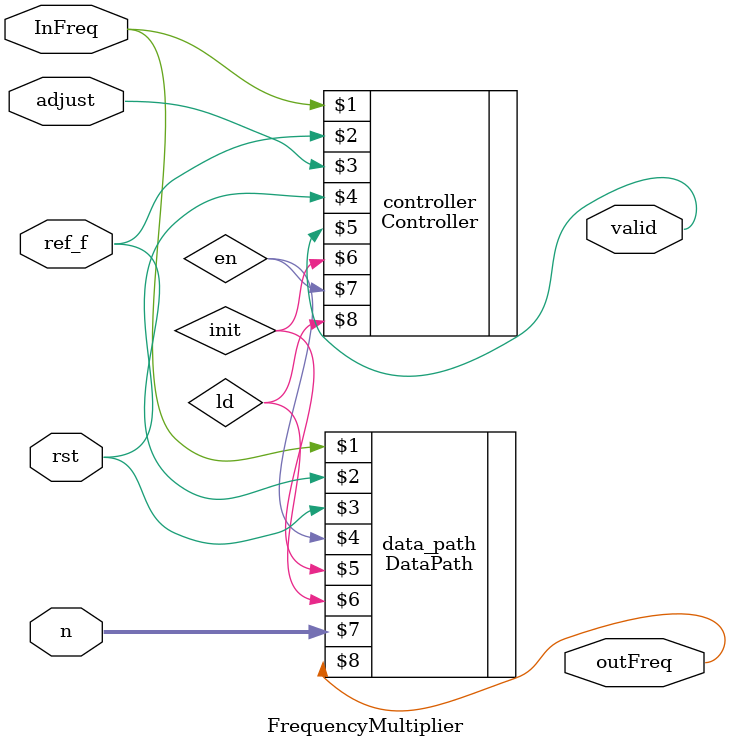
<source format=v>
module FrequencyMultiplier(input InFreq, ref_f, rst, adjust, input [3 : 0]n, output outFreq, valid);
	wire en, ld, init;

	Controller controller(InFreq, ref_f, adjust, rst, valid, init, en, ld);
	DataPath data_path(InFreq, ref_f, rst, en, init, ld, n, outFreq);

	
endmodule
</source>
